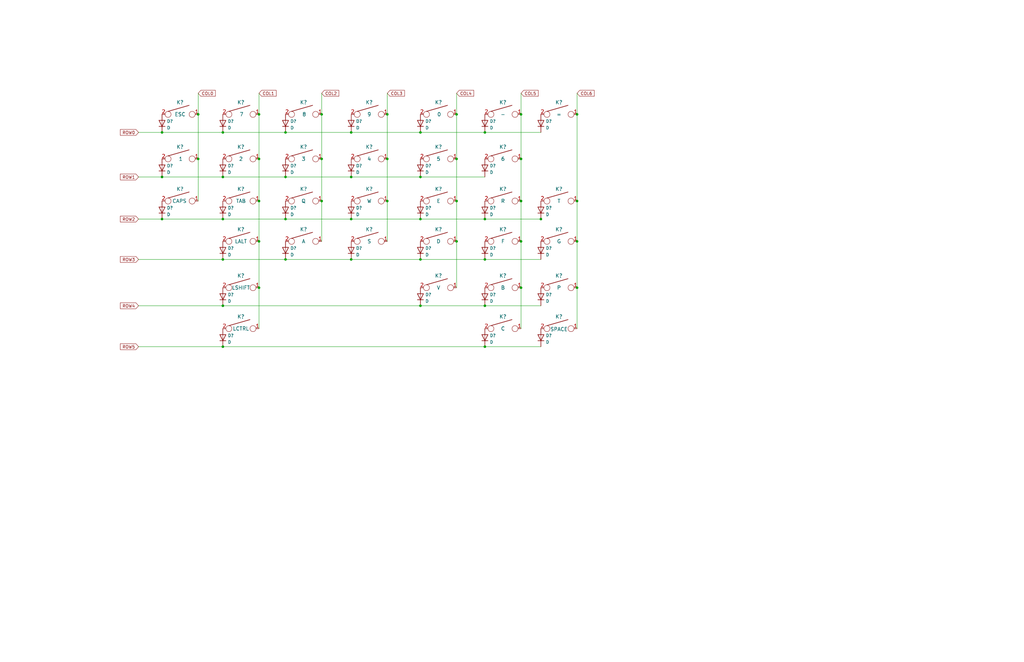
<source format=kicad_sch>
(kicad_sch (version 20211123) (generator eeschema)
  (paper "B")
  (lib_symbols
    (symbol "Device:D" (pin_numbers hide) (pin_names (offset 1.016) hide)
      (property "Reference" "D" (at 0 2.54 0))
      (property "Value" "D" (at 0 -2.54 0))
      (symbol "D_0_1"
        (polyline (pts (xy -1.27 1.27) (xy -1.27 -1.27)) (stroke (width 0.254)))
        (polyline (pts (xy 1.27 0) (xy -1.27 0)))
        (polyline (pts (xy 1.27 1.27) (xy 1.27 -1.27) (xy -1.27 0) (xy 1.27 1.27)) (stroke (width 0.254)))
      )
      (symbol "D_1_1"
        (pin passive line (at -3.81 0 0) (length 2.54) (name "K") (number "1"))
        (pin passive line (at 3.81 0 180) (length 2.54) (name "A") (number "2"))
      )
    )
    (symbol "keyboard_parts:KEYSW" (pin_names (offset 1.016))
      (property "Reference" "K?" (at -1.27 0 0))
      (symbol "KEYSW_0_1"
        (circle (center -5.08 0) (radius 1.27))
        (polyline (pts (xy -5.08 1.27) (xy 3.81 3.81)) (stroke (width 0.254)))
        (circle (center 5.08 0) (radius 1.27))
      )
      (symbol "KEYSW_1_1"
        (pin passive line (at 7.62 0 180) (length 1.27) (name "~") (number "1"))
        (pin passive line (at -7.62 0 0) (length 1.27) (name "~") (number "2"))
      )
    )
  )
  (junction (at 177.292 129.032))
  (junction (at 219.71 67.056))
  (junction (at 93.98 92.456))
  (junction (at 83.566 48.26))
  (junction (at 109.22 101.854))
  (junction (at 109.22 84.836))
  (junction (at 177.292 109.474))
  (junction (at 192.532 48.26))
  (junction (at 93.98 129.032))
  (junction (at 68.326 55.88))
  (junction (at 109.22 48.26))
  (junction (at 219.71 48.26))
  (junction (at 135.636 67.056))
  (junction (at 109.22 121.412))
  (junction (at 204.47 92.456))
  (junction (at 177.292 55.88))
  (junction (at 148.082 109.474))
  (junction (at 120.396 55.88))
  (junction (at 243.332 84.836))
  (junction (at 93.98 146.304))
  (junction (at 243.332 48.26))
  (junction (at 204.47 129.032))
  (junction (at 120.396 92.456))
  (junction (at 228.092 92.456))
  (junction (at 204.47 55.88))
  (junction (at 192.532 67.056))
  (junction (at 135.636 84.836))
  (junction (at 148.082 74.676))
  (junction (at 163.322 48.26))
  (junction (at 163.322 84.836))
  (junction (at 163.322 67.056))
  (junction (at 204.47 146.304))
  (junction (at 120.396 109.474))
  (junction (at 68.326 92.456))
  (junction (at 177.292 74.676))
  (junction (at 219.71 101.854))
  (junction (at 192.532 84.836))
  (junction (at 243.332 121.412))
  (junction (at 109.22 67.056))
  (junction (at 68.326 74.676))
  (junction (at 135.636 48.26))
  (junction (at 148.082 55.88))
  (junction (at 219.71 121.412))
  (junction (at 120.396 74.676))
  (junction (at 83.566 67.056))
  (junction (at 93.98 74.676))
  (junction (at 243.332 101.854))
  (junction (at 192.532 101.854))
  (junction (at 204.47 109.474))
  (junction (at 219.71 84.836))
  (junction (at 93.98 109.474))
  (junction (at 177.292 92.456))
  (junction (at 148.082 92.456))
  (junction (at 93.98 55.88))
  (wire (pts (xy 93.98 129.032) (xy 177.292 129.032)))
  (wire (pts (xy 135.636 67.056) (xy 135.636 84.836)))
  (wire (pts (xy 109.22 67.056) (xy 109.22 84.836)))
  (wire (pts (xy 93.98 146.304) (xy 58.42 146.304)))
  (wire (pts (xy 93.98 55.88) (xy 120.396 55.88)))
  (wire (pts (xy 243.332 101.854) (xy 243.332 121.412)))
  (wire (pts (xy 204.47 129.032) (xy 228.092 129.032)))
  (wire (pts (xy 109.22 101.854) (xy 109.22 121.412)))
  (wire (pts (xy 58.42 92.456) (xy 68.326 92.456)))
  (wire (pts (xy 83.566 39.37) (xy 83.566 48.26)))
  (wire (pts (xy 93.98 109.474) (xy 120.396 109.474)))
  (wire (pts (xy 192.532 67.056) (xy 192.532 84.836)))
  (wire (pts (xy 163.322 84.836) (xy 163.322 101.854)))
  (wire (pts (xy 219.71 48.26) (xy 219.71 67.056)))
  (wire (pts (xy 148.082 92.456) (xy 177.292 92.456)))
  (wire (pts (xy 219.71 84.836) (xy 219.71 101.854)))
  (wire (pts (xy 58.42 129.032) (xy 93.98 129.032)))
  (wire (pts (xy 177.292 109.474) (xy 204.47 109.474)))
  (wire (pts (xy 120.396 92.456) (xy 148.082 92.456)))
  (wire (pts (xy 120.396 74.676) (xy 148.082 74.676)))
  (wire (pts (xy 93.98 146.304) (xy 204.47 146.304)))
  (wire (pts (xy 83.566 67.056) (xy 83.566 84.836)))
  (wire (pts (xy 228.092 146.304) (xy 204.47 146.304)))
  (wire (pts (xy 204.47 92.456) (xy 228.092 92.456)))
  (wire (pts (xy 243.332 39.37) (xy 243.332 48.26)))
  (wire (pts (xy 58.42 55.88) (xy 68.326 55.88)))
  (wire (pts (xy 219.71 121.412) (xy 219.71 138.684)))
  (wire (pts (xy 177.292 129.032) (xy 204.47 129.032)))
  (wire (pts (xy 93.98 74.676) (xy 120.396 74.676)))
  (wire (pts (xy 163.322 48.26) (xy 163.322 67.056)))
  (wire (pts (xy 148.082 109.474) (xy 177.292 109.474)))
  (wire (pts (xy 68.326 55.88) (xy 93.98 55.88)))
  (wire (pts (xy 93.98 92.456) (xy 120.396 92.456)))
  (wire (pts (xy 192.532 39.37) (xy 192.532 48.26)))
  (wire (pts (xy 192.532 84.836) (xy 192.532 101.854)))
  (wire (pts (xy 192.532 48.26) (xy 192.532 67.056)))
  (wire (pts (xy 109.22 39.37) (xy 109.22 48.26)))
  (wire (pts (xy 243.332 84.836) (xy 243.332 101.854)))
  (wire (pts (xy 68.326 92.456) (xy 93.98 92.456)))
  (wire (pts (xy 177.292 92.456) (xy 204.47 92.456)))
  (wire (pts (xy 204.47 109.474) (xy 228.092 109.474)))
  (wire (pts (xy 243.332 121.412) (xy 243.332 138.684)))
  (wire (pts (xy 109.22 121.412) (xy 109.22 138.684)))
  (wire (pts (xy 163.322 39.37) (xy 163.322 48.26)))
  (wire (pts (xy 228.092 92.456) (xy 228.346 92.456)))
  (wire (pts (xy 58.42 74.676) (xy 68.326 74.676)))
  (wire (pts (xy 204.47 55.88) (xy 228.092 55.88)))
  (wire (pts (xy 177.292 74.676) (xy 204.47 74.676)))
  (wire (pts (xy 135.636 48.26) (xy 135.636 67.056)))
  (wire (pts (xy 177.292 55.88) (xy 204.47 55.88)))
  (wire (pts (xy 68.326 74.676) (xy 93.98 74.676)))
  (wire (pts (xy 120.396 55.88) (xy 148.082 55.88)))
  (wire (pts (xy 135.636 39.37) (xy 135.636 48.26)))
  (wire (pts (xy 83.566 48.26) (xy 83.566 67.056)))
  (wire (pts (xy 192.532 101.854) (xy 192.532 121.412)))
  (wire (pts (xy 58.42 109.474) (xy 93.98 109.474)))
  (wire (pts (xy 148.082 74.676) (xy 177.292 74.676)))
  (wire (pts (xy 120.396 109.474) (xy 148.082 109.474)))
  (wire (pts (xy 163.322 67.056) (xy 163.322 84.836)))
  (wire (pts (xy 109.22 84.836) (xy 109.22 101.854)))
  (wire (pts (xy 148.082 55.88) (xy 177.292 55.88)))
  (wire (pts (xy 219.71 101.854) (xy 219.71 121.412)))
  (wire (pts (xy 109.22 48.26) (xy 109.22 67.056)))
  (wire (pts (xy 243.332 48.26) (xy 243.332 84.836)))
  (wire (pts (xy 135.636 84.836) (xy 135.636 101.854)))
  (wire (pts (xy 219.71 67.056) (xy 219.71 84.836)))
  (wire (pts (xy 219.71 39.37) (xy 219.71 48.26)))
  (global_label "ROW1" (shape input) (at 58.42 74.676 180) (property "Intersheet References" "${INTERSHEET_REFS}" (effects hide)))
  (global_label "COL0" (shape input) (at 83.566 39.37 0) (property "Intersheet References" "${INTERSHEET_REFS}" (effects hide)))
  (global_label "ROW0" (shape input) (at 58.42 55.88 180) (property "Intersheet References" "${INTERSHEET_REFS}" (effects hide)))
  (global_label "COL6" (shape input) (at 243.332 39.37 0) (property "Intersheet References" "${INTERSHEET_REFS}" (effects hide)))
  (global_label "ROW5" (shape input) (at 58.42 146.304 180) (property "Intersheet References" "${INTERSHEET_REFS}" (effects hide)))
  (global_label "COL3" (shape input) (at 163.322 39.37 0) (property "Intersheet References" "${INTERSHEET_REFS}" (effects hide)))
  (global_label "ROW4" (shape input) (at 58.42 129.032 180) (property "Intersheet References" "${INTERSHEET_REFS}" (effects hide)))
  (global_label "COL5" (shape input) (at 219.71 39.37 0) (property "Intersheet References" "${INTERSHEET_REFS}" (effects hide)))
  (global_label "COL4" (shape input) (at 192.532 39.37 0) (property "Intersheet References" "${INTERSHEET_REFS}" (effects hide)))
  (global_label "ROW2" (shape input) (at 58.42 92.456 180) (property "Intersheet References" "${INTERSHEET_REFS}" (effects hide)))
  (global_label "COL1" (shape input) (at 109.22 39.37 0) (property "Intersheet References" "${INTERSHEET_REFS}" (effects hide)))
  (global_label "ROW3" (shape input) (at 58.42 109.474 180) (property "Intersheet References" "${INTERSHEET_REFS}" (effects hide)))
  (global_label "COL2" (shape input) (at 135.636 39.37 0) (property "Intersheet References" "${INTERSHEET_REFS}" (effects hide)))
  (symbol (lib_id "Device:D") (at 120.396 52.07 90) (unit 1)
    (property "Reference" "D?" (at 122.428 51.1615 90) (effects (justify right)))
    (property "Value" "D" (at 122.428 53.9366 90) (effects (justify right)))
    (property "Footprint" "Diode_SMD:D_SOD-123" (effects hide))
  )
  (symbol (lib_id "keyboard_parts:KEYSW") (at 235.712 138.684 0) (unit 1)
    (property "Reference" "K?" (at 235.712 133.6221 0) (effects (font (size 1.524 1.524))))
    (property "Value" "SPACE" (at 235.712 138.938 0) (effects (font (size 1.524 1.524))))
    (property "Footprint" "Keeb_Parts:Kailh_MX_Socket" (effects hide))
  )
  (symbol (lib_id "keyboard_parts:KEYSW") (at 184.912 121.412 0) (unit 1)
    (property "Reference" "K?" (at 184.912 116.3501 0) (effects (font (size 1.524 1.524))))
    (property "Value" "V" (at 184.912 121.412 0) (effects (font (size 1.524 1.524))))
    (property "Footprint" "Keeb_Parts:Kailh_MX_Socket" (effects hide))
  )
  (symbol (lib_id "keyboard_parts:KEYSW") (at 155.702 67.056 0) (unit 1)
    (property "Reference" "K?" (at 155.702 61.9941 0) (effects (font (size 1.524 1.524))))
    (property "Value" "4" (at 155.702 67.056 0) (effects (font (size 1.524 1.524))))
    (property "Footprint" "Keeb_Parts:Kailh_MX_Socket" (effects hide))
  )
  (symbol (lib_id "keyboard_parts:KEYSW") (at 101.6 101.854 0) (unit 1)
    (property "Reference" "K?" (at 101.6 96.7921 0) (effects (font (size 1.524 1.524))))
    (property "Value" "LALT" (at 101.6 101.854 0) (effects (font (size 1.524 1.524))))
    (property "Footprint" "Keeb_Parts:Kailh_MX_Socket" (effects hide))
  )
  (symbol (lib_id "keyboard_parts:KEYSW") (at 155.702 101.854 0) (unit 1)
    (property "Reference" "K?" (at 155.702 96.7921 0) (effects (font (size 1.524 1.524))))
    (property "Value" "S" (at 155.702 101.854 0) (effects (font (size 1.524 1.524))))
    (property "Footprint" "Keeb_Parts:Kailh_MX_Socket" (effects hide))
  )
  (symbol (lib_id "Device:D") (at 177.292 125.222 90) (unit 1)
    (property "Reference" "D?" (at 179.324 124.3135 90) (effects (justify right)))
    (property "Value" "D" (at 179.324 127.0886 90) (effects (justify right)))
    (property "Footprint" "Diode_SMD:D_SOD-123" (effects hide))
  )
  (symbol (lib_id "Device:D") (at 228.092 125.222 90) (unit 1)
    (property "Reference" "D?" (at 230.124 124.3135 90) (effects (justify right)))
    (property "Value" "D" (at 230.124 127.0886 90) (effects (justify right)))
    (property "Footprint" "Diode_SMD:D_SOD-123" (effects hide))
  )
  (symbol (lib_id "Device:D") (at 120.396 70.866 90) (unit 1)
    (property "Reference" "D?" (at 122.428 69.9575 90) (effects (justify right)))
    (property "Value" "D" (at 122.428 72.7326 90) (effects (justify right)))
    (property "Footprint" "Diode_SMD:D_SOD-123" (effects hide))
  )
  (symbol (lib_id "keyboard_parts:KEYSW") (at 75.946 48.26 0) (unit 1)
    (property "Reference" "K?" (at 75.946 43.1981 0) (effects (font (size 1.524 1.524))))
    (property "Value" "ESC" (at 75.946 48.26 0) (effects (font (size 1.524 1.524))))
    (property "Footprint" "Keeb_Parts:Kailh_MX_Socket" (effects hide))
  )
  (symbol (lib_id "Device:D") (at 177.292 105.664 90) (unit 1)
    (property "Reference" "D?" (at 179.324 104.7555 90) (effects (justify right)))
    (property "Value" "D" (at 179.324 107.5306 90) (effects (justify right)))
    (property "Footprint" "Diode_SMD:D_SOD-123" (effects hide))
  )
  (symbol (lib_id "Device:D") (at 204.47 52.07 90) (unit 1)
    (property "Reference" "D?" (at 206.502 51.1615 90) (effects (justify right)))
    (property "Value" "D" (at 206.502 53.9366 90) (effects (justify right)))
    (property "Footprint" "Diode_SMD:D_SOD-123" (effects hide))
  )
  (symbol (lib_id "keyboard_parts:KEYSW") (at 155.702 84.836 0) (unit 1)
    (property "Reference" "K?" (at 155.702 79.7741 0) (effects (font (size 1.524 1.524))))
    (property "Value" "W" (at 155.702 84.836 0) (effects (font (size 1.524 1.524))))
    (property "Footprint" "Keeb_Parts:Kailh_MX_Socket" (effects hide))
  )
  (symbol (lib_id "Device:D") (at 148.082 70.866 90) (unit 1)
    (property "Reference" "D?" (at 150.114 69.9575 90) (effects (justify right)))
    (property "Value" "D" (at 150.114 72.7326 90) (effects (justify right)))
    (property "Footprint" "Diode_SMD:D_SOD-123" (effects hide))
  )
  (symbol (lib_id "Device:D") (at 228.092 88.646 90) (unit 1)
    (property "Reference" "D?" (at 230.124 87.7375 90) (effects (justify right)))
    (property "Value" "D" (at 230.124 90.5126 90) (effects (justify right)))
    (property "Footprint" "Diode_SMD:D_SOD-123" (effects hide))
  )
  (symbol (lib_id "Device:D") (at 120.396 88.646 90) (unit 1)
    (property "Reference" "D?" (at 122.428 87.7375 90) (effects (justify right)))
    (property "Value" "D" (at 122.428 90.5126 90) (effects (justify right)))
    (property "Footprint" "Diode_SMD:D_SOD-123" (effects hide))
  )
  (symbol (lib_id "keyboard_parts:KEYSW") (at 75.946 84.836 0) (unit 1)
    (property "Reference" "K?" (at 75.946 79.7741 0) (effects (font (size 1.524 1.524))))
    (property "Value" "CAPS" (at 75.692 84.836 0) (effects (font (size 1.524 1.524))))
    (property "Footprint" "Keeb_Parts:Kailh_MX_Socket" (effects hide))
  )
  (symbol (lib_id "keyboard_parts:KEYSW") (at 75.946 67.056 0) (unit 1)
    (property "Reference" "K?" (at 75.946 61.9941 0) (effects (font (size 1.524 1.524))))
    (property "Value" "1" (at 76.2 67.056 0) (effects (font (size 1.524 1.524))))
    (property "Footprint" "Keeb_Parts:Kailh_MX_Socket" (effects hide))
  )
  (symbol (lib_id "Device:D") (at 93.98 70.866 90) (unit 1)
    (property "Reference" "D?" (at 96.012 69.9575 90) (effects (justify right)))
    (property "Value" "D" (at 96.012 72.7326 90) (effects (justify right)))
    (property "Footprint" "Diode_SMD:D_SOD-123" (effects hide))
  )
  (symbol (lib_id "keyboard_parts:KEYSW") (at 101.6 84.836 0) (unit 1)
    (property "Reference" "K?" (at 101.6 79.7741 0) (effects (font (size 1.524 1.524))))
    (property "Value" "TAB" (at 101.6 84.836 0) (effects (font (size 1.524 1.524))))
    (property "Footprint" "Keeb_Parts:Kailh_MX_Socket" (effects hide))
  )
  (symbol (lib_id "Device:D") (at 228.092 52.07 90) (unit 1)
    (property "Reference" "D?" (at 230.124 51.1615 90) (effects (justify right)))
    (property "Value" "D" (at 230.124 53.9366 90) (effects (justify right)))
    (property "Footprint" "Diode_SMD:D_SOD-123" (effects hide))
  )
  (symbol (lib_id "Device:D") (at 68.326 88.646 90) (unit 1)
    (property "Reference" "D?" (at 70.358 87.7375 90) (effects (justify right)))
    (property "Value" "D" (at 70.358 90.5126 90) (effects (justify right)))
    (property "Footprint" "Diode_SMD:D_SOD-123" (effects hide))
  )
  (symbol (lib_id "keyboard_parts:KEYSW") (at 212.09 67.056 0) (unit 1)
    (property "Reference" "K?" (at 212.09 61.9941 0) (effects (font (size 1.524 1.524))))
    (property "Value" "6" (at 212.09 67.056 0) (effects (font (size 1.524 1.524))))
    (property "Footprint" "Keeb_Parts:Kailh_MX_Socket" (effects hide))
  )
  (symbol (lib_id "keyboard_parts:KEYSW") (at 184.912 101.854 0) (unit 1)
    (property "Reference" "K?" (at 184.912 96.7921 0) (effects (font (size 1.524 1.524))))
    (property "Value" "D" (at 184.912 101.854 0) (effects (font (size 1.524 1.524))))
    (property "Footprint" "Keeb_Parts:Kailh_MX_Socket" (effects hide))
  )
  (symbol (lib_id "Device:D") (at 120.396 105.664 90) (unit 1)
    (property "Reference" "D?" (at 122.428 104.7555 90) (effects (justify right)))
    (property "Value" "D" (at 122.428 107.5306 90) (effects (justify right)))
    (property "Footprint" "Diode_SMD:D_SOD-123" (effects hide))
  )
  (symbol (lib_id "Device:D") (at 148.082 105.664 90) (unit 1)
    (property "Reference" "D?" (at 150.114 104.7555 90) (effects (justify right)))
    (property "Value" "D" (at 150.114 107.5306 90) (effects (justify right)))
    (property "Footprint" "Diode_SMD:D_SOD-123" (effects hide))
  )
  (symbol (lib_id "Device:D") (at 93.98 142.494 90) (unit 1)
    (property "Reference" "D?" (at 96.012 141.5855 90) (effects (justify right)))
    (property "Value" "D" (at 96.012 144.3606 90) (effects (justify right)))
    (property "Footprint" "Diode_SMD:D_SOD-123" (effects hide))
  )
  (symbol (lib_id "Device:D") (at 68.326 70.866 90) (unit 1)
    (property "Reference" "D?" (at 70.358 69.9575 90) (effects (justify right)))
    (property "Value" "D" (at 70.358 72.7326 90) (effects (justify right)))
    (property "Footprint" "Diode_SMD:D_SOD-123" (effects hide))
  )
  (symbol (lib_id "Device:D") (at 93.98 125.222 90) (unit 1)
    (property "Reference" "D?" (at 96.012 124.3135 90) (effects (justify right)))
    (property "Value" "D" (at 96.012 127.0886 90) (effects (justify right)))
    (property "Footprint" "Diode_SMD:D_SOD-123" (effects hide))
  )
  (symbol (lib_id "Device:D") (at 93.98 105.664 90) (unit 1)
    (property "Reference" "D?" (at 96.012 104.7555 90) (effects (justify right)))
    (property "Value" "D" (at 96.012 107.5306 90) (effects (justify right)))
    (property "Footprint" "Diode_SMD:D_SOD-123" (effects hide))
  )
  (symbol (lib_id "Device:D") (at 148.082 52.07 90) (unit 1)
    (property "Reference" "D?" (at 150.114 51.1615 90) (effects (justify right)))
    (property "Value" "D" (at 150.114 53.9366 90) (effects (justify right)))
    (property "Footprint" "Diode_SMD:D_SOD-123" (effects hide))
  )
  (symbol (lib_id "Device:D") (at 177.292 88.646 90) (unit 1)
    (property "Reference" "D?" (at 179.324 87.7375 90) (effects (justify right)))
    (property "Value" "D" (at 179.324 90.5126 90) (effects (justify right)))
    (property "Footprint" "Diode_SMD:D_SOD-123" (effects hide))
  )
  (symbol (lib_id "keyboard_parts:KEYSW") (at 235.712 84.836 0) (unit 1)
    (property "Reference" "K?" (at 235.712 79.7741 0) (effects (font (size 1.524 1.524))))
    (property "Value" "T" (at 235.712 84.836 0) (effects (font (size 1.524 1.524))))
    (property "Footprint" "Keeb_Parts:Kailh_MX_Socket" (effects hide))
  )
  (symbol (lib_id "keyboard_parts:KEYSW") (at 184.912 84.836 0) (unit 1)
    (property "Reference" "K?" (at 184.912 79.7741 0) (effects (font (size 1.524 1.524))))
    (property "Value" "E" (at 184.912 84.836 0) (effects (font (size 1.524 1.524))))
    (property "Footprint" "Keeb_Parts:Kailh_MX_Socket" (effects hide))
  )
  (symbol (lib_id "Device:D") (at 228.092 105.664 90) (unit 1)
    (property "Reference" "D?" (at 230.124 104.7555 90) (effects (justify right)))
    (property "Value" "D" (at 230.124 107.5306 90) (effects (justify right)))
    (property "Footprint" "Diode_SMD:D_SOD-123" (effects hide))
  )
  (symbol (lib_id "Device:D") (at 68.326 52.07 90) (unit 1)
    (property "Reference" "D?" (at 70.358 51.1615 90) (effects (justify right)))
    (property "Value" "D" (at 70.358 53.9366 90) (effects (justify right)))
    (property "Footprint" "Diode_SMD:D_SOD-123" (effects hide))
  )
  (symbol (lib_id "keyboard_parts:KEYSW") (at 212.09 138.684 0) (unit 1)
    (property "Reference" "K?" (at 212.09 133.6221 0) (effects (font (size 1.524 1.524))))
    (property "Value" "C" (at 212.09 138.684 0) (effects (font (size 1.524 1.524))))
    (property "Footprint" "Keeb_Parts:Kailh_MX_Socket" (effects hide))
  )
  (symbol (lib_id "Device:D") (at 177.292 70.866 90) (unit 1)
    (property "Reference" "D?" (at 179.324 69.9575 90) (effects (justify right)))
    (property "Value" "D" (at 179.324 72.7326 90) (effects (justify right)))
    (property "Footprint" "Diode_SMD:D_SOD-123" (effects hide))
  )
  (symbol (lib_id "keyboard_parts:KEYSW") (at 212.09 101.854 0) (unit 1)
    (property "Reference" "K?" (at 212.09 96.7921 0) (effects (font (size 1.524 1.524))))
    (property "Value" "F" (at 212.09 101.854 0) (effects (font (size 1.524 1.524))))
    (property "Footprint" "Keeb_Parts:Kailh_MX_Socket" (effects hide))
  )
  (symbol (lib_id "keyboard_parts:KEYSW") (at 212.09 84.836 0) (unit 1)
    (property "Reference" "K?" (at 212.09 79.7741 0) (effects (font (size 1.524 1.524))))
    (property "Value" "R" (at 212.09 84.836 0) (effects (font (size 1.524 1.524))))
    (property "Footprint" "Keeb_Parts:Kailh_MX_Socket" (effects hide))
  )
  (symbol (lib_id "keyboard_parts:KEYSW") (at 101.6 67.056 0) (unit 1)
    (property "Reference" "K?" (at 101.6 61.9941 0) (effects (font (size 1.524 1.524))))
    (property "Value" "2" (at 101.6 67.056 0) (effects (font (size 1.524 1.524))))
    (property "Footprint" "Keeb_Parts:Kailh_MX_Socket" (effects hide))
  )
  (symbol (lib_id "keyboard_parts:KEYSW") (at 101.6 121.412 0) (unit 1)
    (property "Reference" "K?" (at 101.6 116.3501 0) (effects (font (size 1.524 1.524))))
    (property "Value" "LSHIFT" (at 101.6 121.412 0) (effects (font (size 1.524 1.524))))
    (property "Footprint" "Keeb_Parts:Kailh_MX_Socket" (effects hide))
  )
  (symbol (lib_id "keyboard_parts:KEYSW") (at 235.712 101.854 0) (unit 1)
    (property "Reference" "K?" (at 235.712 96.7921 0) (effects (font (size 1.524 1.524))))
    (property "Value" "G" (at 235.712 101.854 0) (effects (font (size 1.524 1.524))))
    (property "Footprint" "Keeb_Parts:Kailh_MX_Socket" (effects hide))
  )
  (symbol (lib_id "keyboard_parts:KEYSW") (at 184.912 67.056 0) (unit 1)
    (property "Reference" "K?" (at 184.912 61.9941 0) (effects (font (size 1.524 1.524))))
    (property "Value" "5" (at 184.912 67.056 0) (effects (font (size 1.524 1.524))))
    (property "Footprint" "Keeb_Parts:Kailh_MX_Socket" (effects hide))
  )
  (symbol (lib_id "Device:D") (at 228.092 142.494 90) (unit 1)
    (property "Reference" "D?" (at 230.124 141.5855 90) (effects (justify right)))
    (property "Value" "D" (at 230.124 144.3606 90) (effects (justify right)))
    (property "Footprint" "Diode_SMD:D_SOD-123" (effects hide))
  )
  (symbol (lib_id "Device:D") (at 148.082 88.646 90) (unit 1)
    (property "Reference" "D?" (at 150.114 87.7375 90) (effects (justify right)))
    (property "Value" "D" (at 150.114 90.5126 90) (effects (justify right)))
    (property "Footprint" "Diode_SMD:D_SOD-123" (effects hide))
  )
  (symbol (lib_id "keyboard_parts:KEYSW") (at 128.016 101.854 0) (unit 1)
    (property "Reference" "K?" (at 128.016 96.7921 0) (effects (font (size 1.524 1.524))))
    (property "Value" "A" (at 128.016 101.854 0) (effects (font (size 1.524 1.524))))
    (property "Footprint" "Keeb_Parts:Kailh_MX_Socket" (effects hide))
  )
  (symbol (lib_id "Device:D") (at 204.47 88.646 90) (unit 1)
    (property "Reference" "D?" (at 206.502 87.7375 90) (effects (justify right)))
    (property "Value" "D" (at 206.502 90.5126 90) (effects (justify right)))
    (property "Footprint" "Diode_SMD:D_SOD-123" (effects hide))
  )
  (symbol (lib_id "Device:D") (at 93.98 52.07 90) (unit 1)
    (property "Reference" "D?" (at 96.012 51.1615 90) (effects (justify right)))
    (property "Value" "D" (at 96.012 53.9366 90) (effects (justify right)))
    (property "Footprint" "Diode_SMD:D_SOD-123" (effects hide))
  )
  (symbol (lib_id "Device:D") (at 204.47 105.664 90) (unit 1)
    (property "Reference" "D?" (at 206.502 104.7555 90) (effects (justify right)))
    (property "Value" "D" (at 206.502 107.5306 90) (effects (justify right)))
    (property "Footprint" "Diode_SMD:D_SOD-123" (effects hide))
  )
  (symbol (lib_id "Device:D") (at 177.292 52.07 90) (unit 1)
    (property "Reference" "D?" (at 179.324 51.1615 90) (effects (justify right)))
    (property "Value" "D" (at 179.324 53.9366 90) (effects (justify right)))
    (property "Footprint" "Diode_SMD:D_SOD-123" (effects hide))
  )
  (symbol (lib_id "keyboard_parts:KEYSW") (at 101.6 48.26 0) (unit 1)
    (property "Reference" "K?" (at 101.6 43.1981 0) (effects (font (size 1.524 1.524))))
    (property "Value" "7" (at 101.854 48.26 0) (effects (font (size 1.524 1.524))))
    (property "Footprint" "Keeb_Parts:Kailh_MX_Socket" (effects hide))
  )
  (symbol (lib_id "Device:D") (at 204.47 70.866 90) (unit 1)
    (property "Reference" "D?" (at 206.502 69.9575 90) (effects (justify right)))
    (property "Value" "D" (at 206.502 72.7326 90) (effects (justify right)))
    (property "Footprint" "Diode_SMD:D_SOD-123" (effects hide))
  )
  (symbol (lib_id "keyboard_parts:KEYSW") (at 235.712 121.412 0) (unit 1)
    (property "Reference" "K?" (at 235.712 116.3501 0) (effects (font (size 1.524 1.524))))
    (property "Value" "P" (at 235.712 121.412 0) (effects (font (size 1.524 1.524))))
    (property "Footprint" "Keeb_Parts:Kailh_MX_Socket" (effects hide))
  )
  (symbol (lib_id "keyboard_parts:KEYSW") (at 128.016 84.836 0) (unit 1)
    (property "Reference" "K?" (at 128.016 79.7741 0) (effects (font (size 1.524 1.524))))
    (property "Value" "Q" (at 128.016 84.836 0) (effects (font (size 1.524 1.524))))
    (property "Footprint" "Keeb_Parts:Kailh_MX_Socket" (effects hide))
  )
  (symbol (lib_id "keyboard_parts:KEYSW") (at 235.712 48.26 0) (unit 1)
    (property "Reference" "K?" (at 235.712 43.1981 0) (effects (font (size 1.524 1.524))))
    (property "Value" "=" (at 235.712 48.26 0) (effects (font (size 1.524 1.524))))
    (property "Footprint" "Keeb_Parts:Kailh_MX_Socket" (effects hide))
  )
  (symbol (lib_id "keyboard_parts:KEYSW") (at 155.702 48.26 0) (unit 1)
    (property "Reference" "K?" (at 155.702 43.1981 0) (effects (font (size 1.524 1.524))))
    (property "Value" "9" (at 155.702 48.26 0) (effects (font (size 1.524 1.524))))
    (property "Footprint" "Keeb_Parts:Kailh_MX_Socket" (effects hide))
  )
  (symbol (lib_id "Device:D") (at 93.98 88.646 90) (unit 1)
    (property "Reference" "D?" (at 96.012 87.7375 90) (effects (justify right)))
    (property "Value" "D" (at 96.012 90.5126 90) (effects (justify right)))
    (property "Footprint" "Diode_SMD:D_SOD-123" (effects hide))
  )
  (symbol (lib_id "keyboard_parts:KEYSW") (at 184.912 48.26 0) (unit 1)
    (property "Reference" "K?" (at 184.912 43.1981 0) (effects (font (size 1.524 1.524))))
    (property "Value" "0" (at 185.166 48.26 0) (effects (font (size 1.524 1.524))))
    (property "Footprint" "Keeb_Parts:Kailh_MX_Socket" (effects hide))
  )
  (symbol (lib_id "keyboard_parts:KEYSW") (at 212.09 48.26 0) (unit 1)
    (property "Reference" "K?" (at 212.09 43.1981 0) (effects (font (size 1.524 1.524))))
    (property "Value" "-" (at 212.09 48.26 0) (effects (font (size 1.524 1.524))))
    (property "Footprint" "Keeb_Parts:Kailh_MX_Socket" (effects hide))
  )
  (symbol (lib_id "keyboard_parts:KEYSW") (at 101.6 138.684 0) (unit 1)
    (property "Reference" "K?" (at 101.6 133.6221 0) (effects (font (size 1.524 1.524))))
    (property "Value" "LCTRL" (at 101.6 138.684 0) (effects (font (size 1.524 1.524))))
    (property "Footprint" "Keeb_Parts:Kailh_MX_Socket" (effects hide))
  )
  (symbol (lib_id "Device:D") (at 204.47 125.222 90) (unit 1)
    (property "Reference" "D?" (at 206.502 124.3135 90) (effects (justify right)))
    (property "Value" "D" (at 206.502 127.0886 90) (effects (justify right)))
    (property "Footprint" "Diode_SMD:D_SOD-123" (effects hide))
  )
  (symbol (lib_id "Device:D") (at 204.47 142.494 90) (unit 1)
    (property "Reference" "D?" (at 206.502 141.5855 90) (effects (justify right)))
    (property "Value" "D" (at 206.502 144.3606 90) (effects (justify right)))
    (property "Footprint" "Diode_SMD:D_SOD-123" (effects hide))
  )
  (symbol (lib_id "keyboard_parts:KEYSW") (at 128.016 67.056 0) (unit 1)
    (property "Reference" "K?" (at 128.016 61.9941 0) (effects (font (size 1.524 1.524))))
    (property "Value" "3" (at 128.016 67.056 0) (effects (font (size 1.524 1.524))))
    (property "Footprint" "Keeb_Parts:Kailh_MX_Socket" (effects hide))
  )
  (symbol (lib_id "keyboard_parts:KEYSW") (at 128.016 48.26 0) (unit 1)
    (property "Reference" "K?" (at 128.016 43.1981 0) (effects (font (size 1.524 1.524))))
    (property "Value" "8" (at 128.27 48.26 0) (effects (font (size 1.524 1.524))))
    (property "Footprint" "Keeb_Parts:Kailh_MX_Socket" (effects hide))
  )
  (symbol (lib_id "keyboard_parts:KEYSW") (at 212.09 121.412 0) (unit 1)
    (property "Reference" "K?" (at 212.09 116.3501 0) (effects (font (size 1.524 1.524))))
    (property "Value" "B" (at 212.09 121.412 0) (effects (font (size 1.524 1.524))))
    (property "Footprint" "Keeb_Parts:Kailh_MX_Socket" (effects hide))
  )
)
</source>
